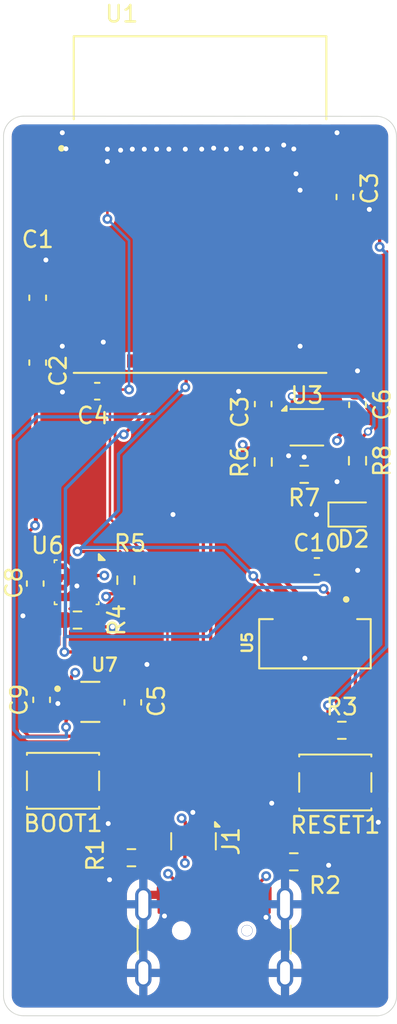
<source format=kicad_pcb>
(kicad_pcb (version 20241229) (generator "pcbnew") (generator_version "9.0")
  (layers (0 "F.Cu" signal) (4 "In1.Cu" signal) (6 "In2.Cu" signal) (2 "B.Cu" signal) (13 "F.Paste" user) (15 "B.Paste" user) (5 "F.SilkS" user "F.Silkscreen") (7 "B.SilkS" user "B.Silkscreen") (1 "F.Mask" user) (3 "B.Mask" user) (25 "Edge.Cuts" user))
  (net 0 "")
  (net 1 "GND")
  (net 2 "/3v3")
  (net 3 "Net-(RESET1-A)")
  (net 4 "/GPIO0")
  (net 5 "/5v_USB")
  (net 6 "/GPIO48")
  (net 7 "Net-(D2-A)")
  (net 8 "Net-(J1-CC1)")
  (net 9 "Net-(J1-CC2)")
  (net 12 "/I2C_SDA")
  (net 13 "/I2C_SCL")
  (net 14 "Net-(U3-FB)")
  (net 51 "/USB_N")
  (net 52 "/USB_P")
  (footprint "Capacitor_SMD:C_0603_1608Metric" (layer "F.Cu") (at 158.8 116.19 90)
    (property "Reference" "C5")
    (property "Value" "100nF" (hide yes))
  )
  (footprint "Fiducial:Fiducial_1mm_Mask2mm" (layer "F.Cu") (at 153.075 133.4)
    (property "Reference" "FID2" (hide yes))
    (property "Value" "Fiducial" (hide yes))
  )
  (footprint "Capacitor_SMD:C_0603_1608Metric" (layer "F.Cu") (at 170.025 107.91)
    (property "Reference" "C10")
    (property "Value" "100nF" (hide yes))
  )
  (footprint "Resistor_SMD:R_0603_1608Metric" (layer "F.Cu") (at 158.715 125.65 180)
    (property "Reference" "R1" (hide yes))
    (property "Value" "5.1k" (hide yes))
  )
  (footprint "Capacitor_SMD:C_0603_1608Metric" (layer "F.Cu") (at 153 91.55 90)
    (property "Reference" "C1")
    (property "Value" "0.1uF" (hide yes))
  )
  (footprint "Package_LGA:Bosch_LGA-8_2.5x2.5mm_P0.65mm_ClockwisePinNumbering" (layer "F.Cu") (at 155.375 108.875 -90)
    (property "Reference" "U6")
    (property "Value" "BME280" (hide yes))
  )
  (footprint "Resistor_SMD:R_0603_1608Metric" (layer "F.Cu") (at 168.615 125.9)
    (property "Reference" "R2")
    (property "Value" "5.1k" (hide yes))
  )
  (footprint "VEML7700-TT:XDCR_VEML7700-TT" (layer "F.Cu") (at 169.905 112.62 -90)
    (property "Reference" "U5")
    (property "Value" "VEML7700-TT" (hide yes))
  )
  (footprint "Connector_USB:USB_C_Receptacle_GCT_USB4105-xx-A_16P_TopMnt_Horizontal" (layer "F.Cu") (at 163.76 131.59)
    (property "Reference" "J1")
    (property "Value" "USB_C_Receptacle_USB2.0_16P" (hide yes))
  )
  (footprint "Button_Switch_SMD:SW_SPST_PTS810" (layer "F.Cu") (at 171.145 121.065 180)
    (property "Reference" "RESET1")
    (property "Value" "SW_MEC_5E" (hide yes))
  )
  (footprint "Capacitor_SMD:C_0603_1608Metric" (layer "F.Cu") (at 152.85 108.955 -90)
    (property "Reference" "C8")
    (property "Value" "100nF" (hide yes))
  )
  (footprint "Capacitor_SMD:C_0603_1608Metric" (layer "F.Cu") (at 156.63 97.24 180)
    (property "Reference" "C4")
    (property "Value" "0.1uF" (hide yes))
  )
  (footprint "Capacitor_SMD:C_0603_1608Metric" (layer "F.Cu") (at 153 95.5 90)
    (property "Reference" "C2")
    (property "Value" "10uF" (hide yes))
  )
  (footprint "Capacitor_SMD:C_0603_1608Metric" (layer "F.Cu") (at 171.73 85.415 -90)
    (property "Reference" "C3")
    (property "Value" "0.1uF" (hide yes))
  )
  (footprint "ESP32-S3-MINI-1-N8:XCVR_ESP32-S3-MINI-1-N8" (layer "F.Cu") (at 162.9 88.4)
    (property "Reference" "U1")
    (property "Value" "ESP32-S3-MINI-1-N8" (hide yes))
  )
  (footprint "Resistor_SMD:R_0603_1608Metric" (layer "F.Cu") (at 158.38 108.75 -90)
    (property "Reference" "R5")
    (property "Value" "10k" (hide yes))
  )
  (footprint "Button_Switch_SMD:SW_SPST_PTS810" (layer "F.Cu") (at 154.545 120.965 180)
    (property "Reference" "BOOT1")
    (property "Value" "SW_MEC_5E" (hide yes))
  )
  (footprint "Resistor_SMD:R_0603_1608Metric" (layer "F.Cu") (at 172.5 101.475 90)
    (property "Reference" "R8")
    (property "Value" "5.1k" (hide yes))
  )
  (footprint "Fiducial:Fiducial_1mm_Mask2mm" (layer "F.Cu") (at 153.05 82.45)
    (property "Reference" "FID4" (hide yes))
    (property "Value" "Fiducial" (hide yes))
  )
  (footprint "LED_SMD:LED_0603_1608Metric" (layer "F.Cu") (at 172.2125 104.75)
    (property "Reference" "D2")
    (property "Value" "LED" (hide yes))
  )
  (footprint "Capacitor_SMD:C_0603_1608Metric" (layer "F.Cu") (at 166.75 98.025 90)
    (property "Reference" "C7" (hide yes))
    (property "Value" "10uF" (hide yes))
  )
  (footprint "Capacitor_SMD:C_0603_1608Metric" (layer "F.Cu") (at 172.5 98.075 90)
    (property "Reference" "C6")
    (property "Value" "10uF" (hide yes))
  )
  (footprint "Capacitor_SMD:C_0603_1608Metric" (layer "F.Cu") (at 153.24 116.035 -90)
    (property "Reference" "C9")
    (property "Value" "100nF" (hide yes))
  )
  (footprint "Resistor_SMD:R_0603_1608Metric" (layer "F.Cu") (at 166.75 101.55 90)
    (property "Reference" "R6")
    (property "Value" "1M" (hide yes))
  )
  (footprint "Package_DFN_QFN:Diodes_UDFN-10_1.0x2.5mm_P0.5mm" (layer "F.Cu") (at 162.5 124.65 -90)
    (property "Reference" "U2" (hide yes))
    (property "Value" "D3V3XA4B10LP" (hide yes))
  )
  (footprint "Fiducial:Fiducial_1mm_Mask2mm" (layer "F.Cu") (at 172.825 82.45)
    (property "Reference" "FID1" (hide yes))
    (property "Value" "Fiducial" (hide yes))
  )
  (footprint "Resistor_SMD:R_0603_1608Metric" (layer "F.Cu") (at 171.545 117.89)
    (property "Reference" "R3")
    (property "Value" "10k" (hide yes))
  )
  (footprint "Package_SON:WSON-6-1EP_2x2mm_P0.65mm_EP1x1.6mm" (layer "F.Cu") (at 169.4125 99.4375)
    (property "Reference" "U3")
    (property "Value" "TLV75801PDRV" (hide yes))
  )
  (footprint "Resistor_SMD:R_0603_1608Metric" (layer "F.Cu") (at 169.25 102.3 180)
    (property "Reference" "R7")
    (property "Value" "200k" (hide yes))
  )
  (footprint "SGP40-D-R4:XCDR_SGP40-D-R4" (layer "F.Cu") (at 156.21 116.16)
    (property "Reference" "U7")
    (property "Value" "SGP40-D-R4" (hide yes))
  )
  (footprint "Fiducial:Fiducial_1mm_Mask2mm" (layer "F.Cu") (at 172.85 133.4)
    (property "Reference" "FID3" (hide yes))
    (property "Value" "Fiducial" (hide yes))
  )
  (footprint "Resistor_SMD:R_0603_1608Metric" (layer "F.Cu") (at 155.425 111.175)
    (property "Reference" "R4")
    (property "Value" "10k" (hide yes))
  )
  (gr_line (start 173.667594 135.275001) (end 152.15 135.275) (stroke (width 0.05)) (layer "Edge.Cuts"))
  (gr_arc (start 152.141206 135.275) (mid 151.274996 134.916208) (end 150.916206 134.05) (stroke (width 0.05)) (layer "Edge.Cuts"))
  (gr_line (start 152.141206 80.491207) (end 173.65 80.5) (stroke (width 0.05)) (layer "Edge.Cuts"))
  (gr_line (start 150.916207 134.045859) (end 150.916206 81.7162) (stroke (width 0.05)) (layer "Edge.Cuts"))
  (gr_arc (start 173.65 80.5) (mid 174.516206 80.858794) (end 174.875 81.725) (stroke (width 0.05)) (layer "Edge.Cuts"))
  (gr_arc (start 150.916206 81.716206) (mid 151.274998 80.849998) (end 152.141206 80.491206) (stroke (width 0.05)) (layer "Edge.Cuts"))
  (gr_line (start 174.875 81.725) (end 174.883794 134.058794) (stroke (width 0.05)) (layer "Edge.Cuts"))
  (gr_arc (start 174.883794 134.053794) (mid 174.525002 134.920002) (end 173.658794 135.278794) (stroke (width 0.05)) (layer "Edge.Cuts"))
  (gr_text "C3" (at 165.33 98.51 90) (layer "F.SilkS") (effects (font (size 1 1))))
  (gr_text "R1\n" (at 156.51 125.51 90) (layer "F.SilkS") (effects (font (size 1 1))))
  (segment (start 153.225 94.5) (end 153 94.725) (width 0.25) (layer "F.Cu") (net 1))
  (segment (start 173.77 122.69) (end 173.77 123.49) (width 0.25) (layer "F.Cu") (net 1))
  (segment (start 171.75 86.17) (end 171.73 86.19) (width 0.2) (layer "F.Cu") (net 1))
  (segment (start 169.25 101.25) (end 169.25 99.6) (width 0.25) (layer "F.Cu") (net 1))
  (segment (start 160.73 128.08) (end 160.56 127.91) (width 0.2) (layer "F.Cu") (net 1))
  (segment (start 166.92 129.28) (end 166.92 127.95) (width 0.2) (layer "F.Cu") (net 1))
  (segment (start 154.864 109.626) (end 155.39 109.1) (width 0.2) (layer "F.Cu") (net 1))
  (segment (start 154.35 108.55) (end 154.073 108.55) (width 0.2) (layer "F.Cu") (net 1))
  (segment (start 156.62 122.04) (end 152.47 122.04) (width 0.2) (layer "F.Cu") (net 1))
  (segment (start 169.29 111.74) (end 169.27 111.72) (width 0.2) (layer "F.Cu") (net 1))
  (segment (start 166.92 127.95) (end 166.96 127.91) (width 0.2) (layer "F.Cu") (net 1))
  (segment (start 168 97) (end 167 97) (width 0.25) (layer "F.Cu") (net 1))
  (segment (start 173.22 86.17) (end 171.75 86.17) (width 0.2) (layer "F.Cu") (net 1))
  (segment (start 157.38 126.16) (end 157.89 125.65) (width 0.2) (layer "F.Cu") (net 1))
  (segment (start 172.5 96) (end 172.5 97.3) (width 0.25) (layer "F.Cu") (net 1))
  (segment (start 160.73 129.2) (end 160.73 128.08) (width 0.2) (layer "F.Cu") (net 1))
  (segment (start 170.74 126.11) (end 169.65 126.11) (width 0.2) (layer "F.Cu") (net 1))
  (segment (start 157.3 123.57) (end 157.3 122.72) (width 0.2) (layer "F.Cu") (net 1))
  (segment (start 168.298361 101.173247) (end 168.298361 100.314139) (width 0.25) (layer "F.Cu") (net 1))
  (segment (start 169.65 126.11) (end 169.44 125.9) (width 0.2) (layer "F.Cu") (net 1))
  (segment (start 154.5 94.5) (end 153.225 94.5) (width 0.25) (layer "F.Cu") (net 1))
  (segment (start 167 97) (end 166.75 97.25) (width 0.25) (layer "F.Cu") (net 1))
  (segment (start 172.51 108.15) (end 171.04 108.15) (width 0.2) (layer "F.Cu") (net 1))
  (segment (start 168.82 122.39) (end 169.07 122.14) (width 0.25) (layer "F.Cu") (net 1))
  (segment (start 154.51 97.29) (end 155.805 97.29) (width 0.2) (layer "F.Cu") (net 1))
  (segment (start 154.073 108.55) (end 153.849 108.774) (width 0.2) (layer "F.Cu") (net 1))
  (segment (start 154.23 116.26) (end 154.96 116.26) (width 0.2) (layer "F.Cu") (net 1))
  (segment (start 171.04 108.15) (end 170.8 107.91) (width 0.2) (layer "F.Cu") (net 1))
  (segment (start 153.5 90.275) (end 153 90.775) (width 0.25) (layer "F.Cu") (net 1))
  (segment (start 170.525 102.75) (end 170.075 102.3) (width 0.25) (layer "F.Cu") (net 1))
  (segment (start 168.298361 100.314139) (end 168.525 100.0875) (width 0.25) (layer "F.Cu") (net 1))
  (segment (start 170 104.75) (end 171.425 104.75) (width 0.25) (layer "F.Cu") (net 1))
  (segment (start 153.5 89.25) (end 153.5 90.275) (width 0.25) (layer "F.Cu") (net 1))
  (segment (start 162.5 122.93) (end 162.46 122.89) (width 0.2) (layer "F.Cu") (net 1))
  (segment (start 169.07 122.14) (end 167.46 122.14) (width 0.25) (layer "F.Cu") (net 1))
  (segment (start 153.849 109.626) (end 154.864 109.626) (width 0.2) (layer "F.Cu") (net 1))
  (segment (start 153.849 108.774) (end 153.849 109.626) (width 0.2) (layer "F.Cu") (net 1))
  (segment (start 157.3 122.72) (end 156.62 122.04) (width 0.2) (layer "F.Cu") (net 1))
  (segment (start 171.25 102.75) (end 170.525 102.75) (width 0.25) (layer "F.Cu") (net 1))
  (segment (start 162.5 124.3) (end 162.5 125.0625) (width 0.2) (layer "F.Cu") (net 1))
  (segment (start 169.29 113.5) (end 169.29 111.74) (width 0.2) (layer "F.Cu") (net 1))
  (segment (start 155.805 97.29) (end 155.855 97.24) (width 0.2) (layer "F.Cu") (net 1))
  (segment (start 167.46 122.14) (end 167.27 122.33) (width 0.25) (layer "F.Cu") (net 1))
  (segment (start 162.5 124.3) (end 162.5 122.93) (width 0.2) (layer "F.Cu") (net 1))
  (segment (start 173.22 122.14) (end 173.77 122.69) (width 0.25) (layer "F.Cu") (net 1))
  (segment (start 169.25 99.6) (end 169.4125 99.4375) (width 0.25) (layer "F.Cu") (net 1))
  (segment (start 157.38 126.99) (end 157.38 126.16) (width 0.2) (layer "F.Cu") (net 1))
  (segment (start 154.96 116.26) (end 155.06 116.16) (width 0.2) (layer "F.Cu") (net 1))
  (via (at 161.25 104.75) (size 0.6) (drill 0.3) (layers "F.Cu" "B.Cu") (net 1))
  (via (at 169.25 101.25) (size 0.6) (drill 0.3) (layers "F.Cu" "B.Cu") (net 1))
  (via (at 163.72874 82.439209) (size 0.6) (drill 0.3) (layers "F.Cu" "B.Cu") (net 1))
  (via (at 154.5 94.5) (size 0.6) (drill 0.3) (layers "F.Cu" "B.Cu") (net 1))
  (via (at 171.25 102.75) (size 0.6) (drill 0.3) (layers "F.Cu" "B.Cu") (net 1))
  (via (at 165.40656 82.427051) (size 0.6) (drill 0.3) (layers "F.Cu" "B.Cu") (net 1))
  (via (at 164.5 82.5) (size 0.6) (drill 0.3) (layers "F.Cu" "B.Cu") (net 1))
  (via (at 173.77 123.49) (size 0.6) (drill 0.3) (layers "F.Cu" "B.Cu") (net 1))
  (via (at 162 82.5) (size 0.6) (drill 0.3) (layers "F.Cu" "B.Cu") (net 1))
  (via (at 159.66 113.88) (size 0.6) (drill 0.3) (layers "F.Cu" "B.Cu") (net 1))
  (via (at 154.51 97.29) (size 0.6) (drill 0.3) (layers "F.Cu" "B.Cu") (net 1))
  (via (at 157.38 126.99) (size 0.6) (drill 0.3) (layers "F.Cu" "B.Cu") (net 1))
  (via (at 157.25 83.25) (size 0.6) (drill 0.3) (layers "F.Cu" "B.Cu") (net 1))
  (via (at 171.25 81.5) (size 0.6) (drill 0.3) (layers "F.Cu" "B.Cu") (net 1))
  (via (at 160.25 82.5) (size 0.6) (drill 0.3) (layers "F.Cu" "B.Cu") (net 1))
  (via (at 154.5 81.5) (size 0.6) (drill 0.3) (layers "F.Cu" "B.Cu") (net 1))
  (via (at 158.769017 82.498732) (size 0.6) (drill 0.3) (layers "F.Cu" "B.Cu") (net 1))
  (via (at 155.39 109.1) (size 0.6) (drill 0.3) (layers "F.Cu" "B.Cu") (net 1))
  (via (at 165.25 97.25) (size 0.6) (drill 0.3) (layers "F.Cu" "B.Cu") (net 1))
  (via (at 154.23 116.26) (size 0.6) (drill 0.3) (layers "F.Cu" "B.Cu") (net 1))
  (via (at 157.25 82.5) (size 0.6) (drill 0.3) (layers "F.Cu" "B.Cu") (net 1))
  (via (at 173.22 86.17) (size 0.6) (drill 0.3) (layers "F.Cu" "B.Cu") (net 1))
  (via (at 168.298361 101.173247) (size 0.6) (drill 0.3) (layers "F.Cu" "B.Cu") (net 1))
  (via (at 168.616305 82.487841) (size 0.6) (drill 0.3) (layers "F.Cu" "B.Cu") (net 1))
  (via (at 169 85) (size 0.6) (drill 0.3) (layers "F.Cu" "B.Cu") (net 1))
  (via (at 166.92 129.28) (size 0.6) (drill 0.3) (layers "F.Cu" "B.Cu") (net 1))
  (via (at 153.5 89.25) (size 0.6) (drill 0.3) (layers "F.Cu" "B.Cu") (net 1))
  (via (at 160.73 129.2) (size 0.6) (drill 0.3) (layers "F.Cu" "B.Cu") (net 1))
  (via (at 169.29 113.5) (size 0.6) (drill 0.3) (layers "F.Cu" "B.Cu") (net 1))
  (via (at 163 82.5) (size 0.6) (drill 0.3) (layers "F.Cu" "B.Cu") (net 1))
  (via (at 168 82.25) (size 0.6) (drill 0.3) (layers "F.Cu" "B.Cu") (net 1))
  (via (at 157 94.25) (size 0.6) (drill 0.3) (layers "F.Cu" "B.Cu") (net 1))
  (via (at 167.27 122.33) (size 0.6) (drill 0.3) (layers "F.Cu" "B.Cu") (net 1))
  (via (at 172.5 96) (size 0.6) (drill 0.3) (layers "F.Cu" "B.Cu") (net 1))
  (via (at 170.74 126.11) (size 0.6) (drill 0.3) (layers "F.Cu" "B.Cu") (net 1))
  (via (at 157.3 123.57) (size 0.6) (drill 0.3) (layers "F.Cu" "B.Cu") (net 1))
  (via (at 162.46 122.89) (size 0.6) (drill 0.3) (layers "F.Cu" "B.Cu") (net 1))
  (via (at 170 104.75) (size 0.6) (drill 0.3) (layers "F.Cu" "B.Cu") (net 1))
  (via (at 169 94.5) (size 0.6) (drill 0.3) (layers "F.Cu" "B.Cu") (net 1))
  (via (at 159.5 82.5) (size 0.6) (drill 0.3) (layers "F.Cu" "B.Cu") (net 1))
  (via (at 152.1 110.92) (size 0.6) (drill 0.3) (layers "F.Cu" "B.Cu") (net 1))
  (via (at 166.25 82.5) (size 0.6) (drill 0.3) (layers "F.Cu" "B.Cu") (net 1))
  (via (at 161 82.5) (size 0.6) (drill 0.3) (layers "F.Cu" "B.Cu") (net 1))
  (via (at 168.75 84) (size 0.6) (drill 0.3) (layers "F.Cu" "B.Cu") (net 1))
  (via (at 172.51 108.15) (size 0.6) (drill 0.3) (layers "F.Cu" "B.Cu") (net 1))
  (via (at 154.722544 82.475517) (size 0.6) (drill 0.3) (layers "F.Cu" "B.Cu") (net 1))
  (via (at 158.055741 82.563575) (size 0.6) (drill 0.3) (layers "F.Cu" "B.Cu") (net 1))
  (via (at 167 82.5) (size 0.6) (drill 0.3) (layers "F.Cu" "B.Cu") (net 1))
  (segment (start 153.9 107.9) (end 154.35 107.9) (width 0.2) (layer "F.Cu") (net 2))
  (segment (start 152.5 106.5) (end 153.9 107.9) (width 0.2) (layer "F.Cu") (net 2))
  (segment (start 152.85 108.18) (end 153.13 107.9) (width 0.2) (layer "F.Cu") (net 2))
  (segment (start 156.75 110.675) (end 156.825 110.675) (width 0.2) (layer "F.Cu") (net 2))
  (segment (start 169.25 107.91) (end 168.3 107.91) (width 0.2) (layer "F.Cu") (net 2))
  (segment (start 170.54 111.27) (end 170.54 111.72) (width 0.25) (layer "F.Cu") (net 2))
  (segment (start 152.84 105.42) (end 152.5 105.76) (width 0.2) (layer "F.Cu") (net 2))
  (segment (start 155.06 115.36) (end 155.06 114.61) (width 0.2) (layer "F.Cu") (net 2))
  (segment (start 155.06 114.61) (end 155.29 114.38) (width 0.2) (layer "F.Cu") (net 2))
  (segment (start 165.725 100.725) (end 165.5 100.5) (width 0.25) (layer "F.Cu") (net 2))
  (segment (start 157.063591 108.463591) (end 156.486409 108.463591) (width 0.2) (layer "F.Cu") (net 2))
  (segment (start 154.851 108.124) (end 154.627 107.9) (width 0.2) (layer "F.Cu") (net 2))
  (segment (start 154.627 109.2) (end 154.851 108.976) (width 0.2) (layer "F.Cu") (net 2))
  (segment (start 166.75 98.8) (end 166.75 100.725) (width 0.2) (layer "F.Cu") (net 2))
  (segment (start 166.75 98.8) (end 168.5125 98.8) (width 0.3) (layer "F.Cu") (net 2))
  (segment (start 152.199 93.126) (end 153 92.325) (width 0.25) (layer "F.Cu") (net 2))
  (segment (start 154.96 115.26) (end 155.06 115.36) (width 0.2) (layer "F.Cu") (net 2))
  (segment (start 172.37 117.89) (end 172.37 114) (width 0.2) (layer "F.Cu") (net 2))
  (segment (start 155 84.4) (end 155.25 84.15) (width 0.25) (layer "F.Cu") (net 2))
  (segment (start 156.825 110.675) (end 157.925 109.575) (width 0.2) (layer "F.Cu") (net 2))
  (segment (start 173.14 99.7) (end 172.5 100.34) (width 0.2) (layer "F.Cu") (net 2))
  (segment (start 158.8 117.87) (end 158.42 118.25) (width 0.2) (layer "F.Cu") (net 2))
  (segment (start 168.3 107.91) (end 167.74 108.47) (width 0.2) (layer "F.Cu") (net 2))
  (segment (start 166.75 100.725) (end 165.725 100.725) (width 0.25) (layer "F.Cu") (net 2))
  (segment (start 156.665 111.59) (end 156.25 111.175) (width 0.2) (layer "F.Cu") (net 2))
  (segment (start 168.5125 98.8) (end 168.525 98.7875) (width 0.3) (layer "F.Cu") (net 2))
  (segment (start 152.11 117.9) (end 152.11 115.58) (width 0.2) (layer "F.Cu") (net 2))
  (segment (start 152.46 118.25) (end 152.11 117.9) (width 0.2) (layer "F.Cu") (net 2))
  (segment (start 155.25 84.15) (end 155.9 84.15) (width 0.25) (layer "F.Cu") (net 2))
  (segment (start 153 97) (end 153 96.275) (width 0.25) (layer "F.Cu") (net 2))
  (segment (start 156.25 111.175) (end 156.75 110.675) (width 0.2) (layer "F.Cu") (net 2))
  (segment (start 170.54 112.17) (end 170.54 111.72) (width 0.2) (layer "F.Cu") (net 2))
  (segment (start 152.199 95.474) (end 152.199 93.126) (width 0.25) (layer "F.Cu") (net 2))
  (segment (start 153 92.325) (end 155 90.325) (width 0.25) (layer "F.Cu") (net 2))
  (segment (start 167.74 108.47) (end 170.54 111.27) (width 0.25) (layer "F.Cu") (net 2))
  (segment (start 153.24 115.26) (end 154.96 115.26) (width 0.2) (layer "F.Cu") (net 2))
  (segment (start 157.995 116.16) (end 158.8 116.965) (width 0.2) (layer "F.Cu") (net 2))
  (segment (start 158.42 118.25) (end 152.46 118.25) (width 0.2) (layer "F.Cu") (net 2))
  (segment (start 155 90.325) (end 155 84.4) (width 0.25) (layer "F.Cu") (net 2))
  (segment (start 158.8 116.965) (end 158.8 117.87) (width 0.2) (layer "F.Cu") (net 2))
  (segment (start 152.84 105.42) (end 152.888909 105.371091) (width 0.25) (layer "F.Cu") (net 2))
  (segment (start 172.5 100.34) (end 172.5 100.65) (width 0.2) (layer "F.Cu") (net 2))
  (segment (start 152.11 115.58) (end 152.43 115.26) (width 0.2) (layer "F.Cu") (net 2))
  (segment (start 152.5 105.76) (end 152.5 106.5) (width 0.2) (layer "F.Cu") (net 2))
  (segment (start 152.43 115.26) (end 153.24 115.26) (width 0.2) (layer "F.Cu") (net 2))
  (segment (start 168.525 98.7875) (end 168.525 97.575) (width 0.2) (layer "F.Cu") (net 2))
  (segment (start 165.5 100.5) (end 165.5 106.23) (width 0.25) (layer "F.Cu") (net 2))
  (segment (start 152.888909 97.111091) (end 153 97) (width 0.25) (layer "F.Cu") (net 2))
  (segment (start 153.13 107.9) (end 154.35 107.9) (width 0.2) (layer "F.Cu") (net 2))
  (segment (start 154.627 107.9) (end 154.35 107.9) (width 0.2) (layer "F.Cu") (net 2))
  (segment (start 154.35 109.2) (end 154.627 109.2) (width 0.2) (layer "F.Cu") (net 2))
  (segment (start 157.56 111.59) (end 156.665 111.59) (width 0.2) (layer "F.Cu") (net 2))
  (segment (start 153 96.275) (end 152.199 95.474) (width 0.25) (layer "F.Cu") (net 2))
  (segment (start 156.4 108.55) (end 155.277 108.55) (width 0.2) (layer "F.Cu") (net 2))
  (segment (start 152.888909 105.371091) (end 152.888909 97.111091) (width 0.25) (layer "F.Cu") (net 2))
  (segment (start 165.5 106.23) (end 167.74 108.47) (width 0.25) (layer "F.Cu") (net 2))
  (segment (start 154.851 108.976) (end 154.851 108.124) (width 0.2) (layer "F.Cu") (net 2))
  (segment (start 155.277 108.55) (end 154.851 108.124) (width 0.2) (layer "F.Cu") (net 2))
  (segment (start 157.36 116.16) (end 157.995 116.16) (width 0.2) (layer "F.Cu") (net 2))
  (segment (start 157.925 109.575) (end 158.38 109.575) (width 0.2) (layer "F.Cu") (net 2))
  (segment (start 156.486409 108.463591) (end 156.4 108.55) (width 0.2) (layer "F.Cu") (net 2))
  (segment (start 157.345 109.575) (end 157.17 109.75) (width 0.2) (layer "F.Cu") (net 2))
  (segment (start 172.37 114) (end 170.54 112.17) (width 0.2) (layer "F.Cu") (net 2))
  (segment (start 168.525 97.575) (end 168.5 97.55) (width 0.2) (layer "F.Cu") (net 2))
  (segment (start 158.38 109.575) (end 157.345 109.575) (width 0.2) (layer "F.Cu") (net 2))
  (via (at 173.14 99.7) (size 0.5) (drill 0.3) (layers "F.Cu" "B.Cu") (net 2))
  (via (at 155.29 114.38) (size 0.6) (drill 0.3) (layers "F.Cu" "B.Cu") (net 2))
  (via (at 152.84 105.42) (size 0.6) (drill 0.3) (layers "F.Cu" "B.Cu") (net 2))
  (via (at 157.063591 108.463591) (size 0.6) (drill 0.3) (layers "F.Cu" "B.Cu") (net 2))
  (via (at 157.56 111.59) (size 0.6) (drill 0.3) (layers "F.Cu" "B.Cu") (net 2))
  (via (at 165.5 100.5) (size 0.6) (drill 0.3) (layers "F.Cu" "B.Cu") (net 2))
  (via (at 157.17 109.75) (size 0.6) (drill 0.3) (layers "F.Cu" "B.Cu") (net 2))
  (via (at 168.5 97.55) (size 0.5) (drill 0.3) (layers "F.Cu" "B.Cu") (net 2))
  (segment (start 173.14 99.7) (end 173.5 99.34) (width 0.2) (layer "B.Cu") (net 2))
  (segment (start 173.5 99.34) (end 173.5 98.55) (width 0.2) (layer "B.Cu") (net 2))
  (segment (start 172.5 97.55) (end 168.5 97.55) (width 0.2) (layer "B.Cu") (net 2))
  (segment (start 173.5 98.55) (end 172.5 97.55) (width 0.2) (layer "B.Cu") (net 2))
  (segment (start 169.9 82.45) (end 170.1 82.45) (width 0.2) (layer "F.Cu") (net 3))
  (segment (start 170.7 117.87) (end 170.72 117.89) (width 0.2) (layer "F.Cu") (net 3))
  (segment (start 169.07 119.79) (end 168.97 119.69) (width 0.2) (layer "F.Cu") (net 3))
  (segment (start 172.6 84.64) (end 173.85 85.89) (width 0.2) (layer "F.Cu") (net 3))
  (segment (start 171.73 84.08) (end 171.73 84.64) (width 0.2) (layer "F.Cu") (net 3))
  (segment (start 169.07 119.99) (end 173.22 119.99) (width 0.2) (layer "F.Cu") (net 3))
  (segment (start 171.73 84.64) (end 172.6 84.64) (width 0.2) (layer "F.Cu") (net 3))
  (segment (start 173.85 85.89) (end 173.85 88.45) (width 0.2) (layer "F.Cu") (net 3))
  (segment (start 170.7 116.37) (end 170.7 117.87) (width 0.2) (layer "F.Cu") (net 3))
  (segment (start 169.07 119.54) (end 169.07 119.99) (width 0.2) (layer "F.Cu") (net 3))
  (segment (start 170.72 117.89) (end 169.07 119.54) (width 0.2) (layer "F.Cu") (net 3))
  (segment (start 170.1 82.45) (end 171.73 84.08) (width 0.2) (layer "F.Cu") (net 3))
  (segment (start 169.07 119.99) (end 169.07 119.79) (width 0.2) (layer "F.Cu") (net 3))
  (via (at 170.7 116.37) (size 0.6) (drill 0.3) (layers "F.Cu" "B.Cu") (net 3))
  (via (at 173.85 88.45) (size 0.6) (drill 0.3) (layers "F.Cu" "B.Cu") (net 3))
  (segment (start 174.275201 112.794799) (end 170.7 116.37) (width 0.2) (layer "B.Cu") (net 3))
  (segment (start 174.275201 88.875201) (end 174.275201 112.794799) (width 0.2) (layer "B.Cu") (net 3))
  (segment (start 173.85 88.45) (end 174.275201 88.875201) (width 0.2) (layer "B.Cu") (net 3))
  (segment (start 157.405 104.995) (end 160.91 108.5) (width 0.15) (layer "F.Cu") (net 4))
  (segment (start 160.91 108.5) (end 160.91 117.94) (width 0.15) (layer "F.Cu") (net 4))
  (segment (start 157.405 97.24) (end 157.405 104.995) (width 0.15) (layer "F.Cu") (net 4))
  (segment (start 157.505 97.14) (end 157.405 97.24) (width 0.15) (layer "F.Cu") (net 4))
  (segment (start 156.62 119.89) (end 152.47 119.89) (width 0.2) (layer "F.Cu") (net 4))
  (segment (start 158.57 97.14) (end 157.505 97.14) (width 0.15) (layer "F.Cu") (net 4))
  (segment (start 158.96 119.89) (end 156.62 119.89) (width 0.15) (layer "F.Cu") (net 4))
  (segment (start 156.1 85) (end 155.9 85) (width 0.15) (layer "F.Cu") (net 4))
  (segment (start 160.91 117.94) (end 158.96 119.89) (width 0.15) (layer "F.Cu") (net 4))
  (segment (start 157.25 86.75) (end 157.25 86.15) (width 0.15) (layer "F.Cu") (net 4))
  (segment (start 157.25 86.15) (end 156.1 85) (width 0.15) (layer "F.Cu") (net 4))
  (via (at 157.25 86.75) (size 0.6) (drill 0.3) (layers "F.Cu" "B.Cu") (net 4))
  (via (at 158.57 97.14) (size 0.6) (drill 0.3) (layers "F.Cu" "B.Cu") (net 4))
  (segment (start 158.57 88.07) (end 158.57 97.14) (width 0.15) (layer "B.Cu") (net 4))
  (segment (start 157.25 86.75) (end 158.57 88.07) (width 0.15) (layer "B.Cu") (net 4))
  (segment (start 166.16 127.91) (end 166.16 127.541562) (width 0.2) (layer "F.Cu") (net 5))
  (segment (start 161.975 125.975) (end 161.975 125.0625) (width 0.2) (layer "F.Cu") (net 5))
  (segment (start 170.3 100.0875) (end 170.48157 100.0875) (width 0.3) (layer "F.Cu") (net 5))
  (segment (start 161.975 125.0625) (end 162 125.0375) (width 0.2) (layer "F.Cu") (net 5))
  (segment (start 166.16 127.541562) (end 166.930781 126.770781) (width 0.2) (layer "F.Cu") (net 5))
  (segment (start 161.36 127.91) (end 161.36 127.035) (width 0.2) (layer "F.Cu") (net 5))
  (segment (start 171 98.7875) (end 172.2125 98.7875) (width 0.3) (layer "F.Cu") (net 5))
  (segment (start 172.2125 98.7875) (end 172.3 98.7) (width 0.3) (layer "F.Cu") (net 5))
  (segment (start 161.36 127.035) (end 160.95 126.625) (width 0.2) (layer "F.Cu") (net 5))
  (segment (start 162 125.0375) (end 162 124.2625) (width 0.2) (layer "F.Cu") (net 5))
  (segment (start 170.3 98.7875) (end 171 98.7875) (width 0.3) (layer "F.Cu") (net 5))
  (segment (start 171.25 100.25) (end 171.25 100.1) (width 0.25) (layer "F.Cu") (net 5))
  (segment (start 170.48157 100.0875) (end 171 99.56907) (width 0.3) (layer "F.Cu") (net 5))
  (segment (start 162 124.2625) (end 162 123.475) (width 0.2) (layer "F.Cu") (net 5))
  (segment (start 171 99.56907) (end 171 98.7875) (width 0.3) (layer "F.Cu") (net 5))
  (segment (start 162 123.475) (end 161.775 123.25) (width 0.2) (layer "F.Cu") (net 5))
  (segment (start 171.25 100.1) (end 172.5 98.85) (width 0.25) (layer "F.Cu") (net 5))
  (via (at 161.775 123.25) (size 0.6) (drill 0.3) (layers "F.Cu" "B.Cu") (net 5))
  (via (at 171.25 100.25) (size 0.6) (drill 0.3) (layers "F.Cu" "B.Cu") (net 5))
  (via (at 160.95 126.625) (size 0.6) (drill 0.3) (layers "F.Cu" "B.Cu") (net 5))
  (via (at 166.930781 126.770781) (size 0.6) (drill 0.3) (layers "F.Cu" "B.Cu") (net 5))
  (via (at 161.975 125.975) (size 0.6) (drill 0.3) (layers "F.Cu" "B.Cu") (net 5))
  (segment (start 173 102.8) (end 172.5 102.3) (width 0.2) (layer "F.Cu") (net 7))
  (segment (start 173 104.75) (end 173 102.8) (width 0.2) (layer "F.Cu") (net 7))
  (segment (start 162.51 127.91) (end 162.51 127.335001) (width 0.2) (layer "F.Cu") (net 8))
  (segment (start 160.824999 125.65) (end 159.54 125.65) (width 0.2) (layer "F.Cu") (net 8))
  (segment (start 162.51 127.335001) (end 160.824999 125.65) (width 0.2) (layer "F.Cu") (net 8))
  (segment (start 167.023744 125.9) (end 167.79 125.9) (width 0.2) (layer "F.Cu") (net 9))
  (segment (start 165.51 127.413744) (end 167.023744 125.9) (width 0.2) (layer "F.Cu") (net 9))
  (segment (start 165.51 127.91) (end 165.51 127.413744) (width 0.2) (layer "F.Cu") (net 9))
  (segment (start 167.9 110.25) (end 167.9 111.62) (width 0.2) (layer "F.Cu") (net 12))
  (segment (start 162.05 96.95) (end 162 97) (width 0.2) (layer "F.Cu") (net 12))
  (segment (start 162.05 95.4) (end 162.05 96.95) (width 0.2) (layer "F.Cu") (net 12))
  (segment (start 158 107) (end 155.425 107) (width 0.2) (layer "F.Cu") (net 12))
  (segment (start 158.38 107.925) (end 157.105 109.2) (width 0.2) (layer "F.Cu") (net 12))
  (segment (start 157.105 109.2) (end 156.4 109.2) (width 0.2) (layer "F.Cu") (net 12))
  (segment (start 158.38 107.925) (end 158.38 107.38) (width 0.2) (layer "F.Cu") (net 12))
  (segment (start 154.73 117.7) (end 154.73 117.29) (width 0.2) (layer "F.Cu") (net 12))
  (segment (start 158.38 107.38) (end 158 107) (width 0.2) (layer "F.Cu") (net 12))
  (segment (start 154.73 117.29) (end 155.06 116.96) (width 0.2) (layer "F.Cu") (net 12))
  (segment (start 167.9 111.62) (end 168 111.72) (width 0.2) (layer "F.Cu") (net 12))
  (segment (start 166.145 108.495) (end 167.9 110.25) (width 0.2) (layer "F.Cu") (net 12))
  (via (at 154.73 117.7) (size 0.6) (drill 0.3) (layers "F.Cu" "B.Cu") (net 12))
  (via (at 155.425 107) (size 0.6) (drill 0.3) (layers "F.Cu" "B.Cu") (net 12))
  (via (at 162 97) (size 0.6) (drill 0.3) (layers "F.Cu" "B.Cu") (net 12))
  (via (at 166.145 108.495) (size 0.6) (drill 0.3) (layers "F.Cu" "B.Cu") (net 12))
  (segment (start 157.924343 101.075657) (end 161.315 97.685) (width 0.2) (layer "B.Cu") (net 12))
  (segment (start 160.199 98.801) (end 152.959 98.801) (width 0.2) (layer "B.Cu") (net 12))
  (segment (start 151.549 100.211) (end 151.549 117.879) (width 0.2) (layer "B.Cu") (net 12))
  (segment (start 152.35 99.41) (end 151.549 100.211) (width 0.2) (layer "B.Cu") (net 12))
  (segment (start 151.549 117.879) (end 151.97 118.3) (width 0.2) (layer "B.Cu") (net 12))
  (segment (start 152.959 98.801) (end 152.35 99.41) (width 0.2) (layer "B.Cu") (net 12))
  (segment (start 155.6675 106.7575) (end 157.924343 104.500657) (width 0.2) (layer "B.Cu") (net 12))
  (segment (start 151.97 118.3) (end 154.75 118.3) (width 0.2) (layer "B.Cu") (net 12))
  (segment (start 157.924343 104.500657) (end 157.924343 101.075657) (width 0.2) (layer "B.Cu") (net 12))
  (segment (start 161.315 97.685) (end 160.199 98.801) (width 0.2) (layer "B.Cu") (net 12))
  (segment (start 166.145 108.495) (end 164.4075 106.7575) (width 0.2) (layer "B.Cu") (net 12))
  (segment (start 154.75 117.72) (end 154.73 117.7) (width 0.2) (layer "B.Cu") (net 12))
  (segment (start 161.315 97.685) (end 162 97) (width 0.2) (layer "B.Cu") (net 12))
  (segment (start 154.75 118.3) (end 154.75 117.72) (width 0.2) (layer "B.Cu") (net 12))
  (segment (start 155.425 107) (end 155.6675 106.7575) (width 0.2) (layer "B.Cu") (net 12))
  (segment (start 164.4075 106.7575) (end 155.6675 106.7575) (width 0.2) (layer "B.Cu") (net 12))
  (segment (start 157.36 113.96) (end 157.36 115.36) (width 0.2) (layer "F.Cu") (net 13))
  (segment (start 161.2 96.925) (end 158.25 99.875) (width 0.2) (layer "F.Cu") (net 13))
  (segment (start 154.63 113.12) (end 156.52 113.12) (width 0.2) (layer "F.Cu") (net 13))
  (segment (start 155.175 111.075) (end 156.4 109.85) (width 0.2) (layer "F.Cu") (net 13))
  (segment (start 154.65 113.1) (end 154.65 111.225) (width 0.2) (layer "F.Cu") (net 13))
  (segment (start 154.63 113.12) (end 154.65 113.1) (width 0.2) (layer "F.Cu") (net 13))
  (segment (start 161.2 95.4) (end 161.2 96.925) (width 0.2) (layer "F.Cu") (net 13))
  (segment (start 154.7 111.075) (end 155.175 111.075) (width 0.2) (layer "F.Cu") (net 13))
  (segment (start 171.93 111.03) (end 171.94 111.04) (width 0.2) (layer "F.Cu") (net 13))
  (segment (start 171.81 110.65) (end 171.81 111.72) (width 0.2) (layer "F.Cu") (net 13))
  (segment (start 170.43 109.27) (end 171.81 110.65) (width 0.2) (layer "F.Cu") (net 13))
  (segment (start 154.65 111.225) (end 154.6 111.175) (width 0.2) (layer "F.Cu") (net 13))
  (segment (start 154.6 111.175) (end 154.7 111.075) (width 0.2) (layer "F.Cu") (net 13))
  (segment (start 156.52 113.12) (end 157.36 113.96) (width 0.2) (layer "F.Cu") (net 13))
  (via (at 170.43 109.27) (size 0.6) (drill 0.3) (layers "F.Cu" "B.Cu") (net 13))
  (via (at 154.63 113.12) (size 0.6) (drill 0.3) (layers "F.Cu" "B.Cu") (net 13))
  (via (at 158.25 99.875) (size 0.6) (drill 0.3) (layers "F.Cu" "B.Cu") (net 13))
  (segment (start 170.35 109.19) (end 166.38 109.19) (width 0.2) (layer "B.Cu") (net 13))
  (segment (start 154.691942 103.183058) (end 158 99.875) (width 0.2) (layer "B.Cu") (net 13))
  (segment (start 154.691942 112.183058) (end 154.691942 103.183058) (width 0.2) (layer "B.Cu") (net 13))
  (segment (start 163.386942 112.183058) (end 154.691942 112.183058) (width 0.2) (layer "B.Cu") (net 13))
  (segment (start 158 99.875) (end 158.25 99.875) (width 0.2) (layer "B.Cu") (net 13))
  (segment (start 170.43 109.27) (end 170.35 109.19) (width 0.2) (layer "B.Cu") (net 13))
  (segment (start 154.63 113.12) (end 154.63 112.245) (width 0.2) (layer "B.Cu") (net 13))
  (segment (start 166.38 109.19) (end 163.386942 112.183058) (width 0.2) (layer "B.Cu") (net 13))
  (segment (start 154.63 112.245) (end 154.691942 112.183058) (width 0.2) (layer "B.Cu") (net 13))
  (segment (start 168.400436 99.4375) (end 167.526 100.311936) (width 0.2) (layer "F.Cu") (net 14))
  (segment (start 167.526 100.311936) (end 167.526 101.599) (width 0.2) (layer "F.Cu") (net 14))
  (segment (start 167.526 101.599) (end 166.75 102.375) (width 0.2) (layer "F.Cu") (net 14))
  (segment (start 166.825 102.3) (end 168.425 102.3) (width 0.2) (layer "F.Cu") (net 14))
  (segment (start 166.75 102.375) (end 166.825 102.3) (width 0.2) (layer "F.Cu") (net 14))
  (segment (start 168.525 99.4375) (end 168.400436 99.4375) (width 0.2) (layer "F.Cu") (net 14))
  (segment (start 163.1 96.200001) (end 163.1 123.225) (width 0.2) (layer "F.Cu") (net 51))
  (segment (start 163.035 127.022499) (end 163.035 125.788677) (width 0.2) (layer "F.Cu") (net 51))
  (segment (start 164.01 128.646112) (end 164.01 127.91) (width 0.2) (layer "F.Cu") (net 51))
  (segment (start 163.01 127.047499) (end 163.035 127.022499) (width 0.2) (layer "F.Cu") (net 51))
  (segment (start 163 125.0375) (end 163 124.2625) (width 0.2) (layer "F.Cu") (net 51))
  (segment (start 163 124.2625) (end 163 123.325) (width 0.2) (layer "F.Cu") (net 51))
  (segment (start 162.9 95.4) (end 162.9 96.000001) (width 0.2) (layer "F.Cu") (net 51))
  (segment (start 163.297888 128.736) (end 163.920112 128.736) (width 0.2) (layer "F.Cu") (net 51))
  (segment (start 163.01 128.448112) (end 163.297888 128.736) (width 0.2) (layer "F.Cu") (net 51))
  (segment (start 163.035 125.788677) (end 163 125.753677) (width 0.2) (layer "F.Cu") (net 51))
  (segment (start 163 123.325) (end 163.1 123.225) (width 0.2) (layer "F.Cu") (net 51))
  (segment (start 163.920112 128.736) (end 164.01 128.646112) (width 0.2) (layer "F.Cu") (net 51))
  (segment (start 162.9 96.000001) (end 163.1 96.200001) (width 0.2) (layer "F.Cu") (net 51))
  (segment (start 163 125.753677) (end 163 125.0375) (width 0.2) (layer "F.Cu") (net 51))
  (segment (start 163.01 127.91) (end 163.01 128.448112) (width 0.2) (layer "F.Cu") (net 51))
  (segment (start 163.01 127.91) (end 163.01 127.047499) (width 0.2) (layer "F.Cu") (net 51))
  (segment (start 163.51 127.91) (end 163.51 127.047499) (width 0.2) (layer "F.Cu") (net 52))
  (segment (start 163.5 125.773677) (end 163.5 125.0375) (width 0.2) (layer "F.Cu") (net 52))
  (segment (start 163.485 125.788677) (end 163.5 125.773677) (width 0.2) (layer "F.Cu") (net 52))
  (segment (start 163.5 124.2625) (end 163.5 123.275) (width 0.2) (layer "F.Cu") (net 52))
  (segment (start 163.485 126.525) (end 163.485 125.788677) (width 0.2) (layer "F.Cu") (net 52))
  (segment (start 164.51 127.91) (end 164.51 127.335001) (width 0.2) (layer "F.Cu") (net 52))
  (segment (start 163.75 95.4) (end 163.75 96.000001) (width 0.2) (layer "F.Cu") (net 52))
  (segment (start 163.55 96.200001) (end 163.55 123.225) (width 0.2) (layer "F.Cu") (net 52))
  (segment (start 163.5 125.0375) (end 163.5 124.2625) (width 0.2) (layer "F.Cu") (net 52))
  (segment (start 163.699999 126.525) (end 163.485 126.525) (width 0.2) (layer "F.Cu") (net 52))
  (segment (start 163.485 127.022499) (end 163.485 126.525) (width 0.2) (layer "F.Cu") (net 52))
  (segment (start 163.5 123.275) (end 163.55 123.225) (width 0.2) (layer "F.Cu") (net 52))
  (segment (start 163.51 127.047499) (end 163.485 127.022499) (width 0.2) (layer "F.Cu") (net 52))
  (segment (start 163.75 96.000001) (end 163.55 96.200001) (width 0.2) (layer "F.Cu") (net 52))
  (segment (start 164.51 127.335001) (end 163.699999 126.525) (width 0.2) (layer "F.Cu") (net 52))
  (zone (net 1) (net_name "GND") (layers "F.Cu" "B.Cu" "In1.Cu" "In2.Cu") (priority 2) (connect_pads (clearance 0.1524)) (min_thickness 0.1524) (fill yes (thermal_gap 0.5) (thermal_bridge_width 0.5))
    (polygon (pts (xy 151.25 80.25) (xy 174.5 80.25) (xy 174.37 134.96) (xy 151.25 135.075)))
  )
)
</source>
